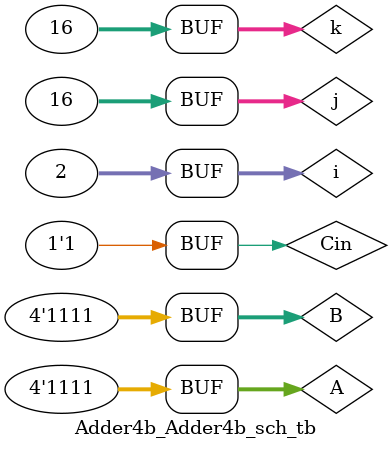
<source format=v>

`timescale 1ns / 1ps

module Adder4b_Adder4b_sch_tb();

// Inputs
   reg Cin;
   reg [3:0] A;
   reg [3:0] B;

// Output
   wire [3:0] S;
   wire Cout;

// Bidirs

// Instantiate the UUT
   Adder4b UUT (
		.Cin(Cin), 
		.A(A), 
		.B(B), 
		.S(S), 
		.Cout(Cout)
   );
// Initialize Inputs
   //`ifdef auto_init
      integer i, j, k;
		initial begin
			for(i = 0; i < 2; i = i + 1) begin
				for(j = 0; j < 16; j = j + 1) begin
					for(k = 0; k < 16; k = k + 1) begin
						Cin = i;
						A = j;
						B = k;
						#50;
					end
				end
			end
		end
   //`endif
endmodule

</source>
